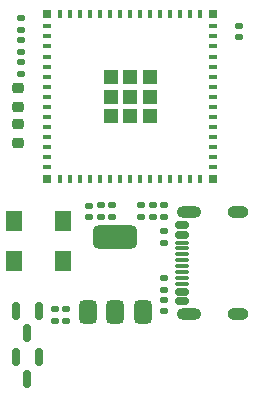
<source format=gbr>
%TF.GenerationSoftware,KiCad,Pcbnew,8.0.6*%
%TF.CreationDate,2024-12-05T18:18:12-05:00*%
%TF.ProjectId,wyt-dongle,7779742d-646f-46e6-976c-652e6b696361,rev?*%
%TF.SameCoordinates,Original*%
%TF.FileFunction,Paste,Top*%
%TF.FilePolarity,Positive*%
%FSLAX46Y46*%
G04 Gerber Fmt 4.6, Leading zero omitted, Abs format (unit mm)*
G04 Created by KiCad (PCBNEW 8.0.6) date 2024-12-05 18:18:12*
%MOMM*%
%LPD*%
G01*
G04 APERTURE LIST*
G04 Aperture macros list*
%AMRoundRect*
0 Rectangle with rounded corners*
0 $1 Rounding radius*
0 $2 $3 $4 $5 $6 $7 $8 $9 X,Y pos of 4 corners*
0 Add a 4 corners polygon primitive as box body*
4,1,4,$2,$3,$4,$5,$6,$7,$8,$9,$2,$3,0*
0 Add four circle primitives for the rounded corners*
1,1,$1+$1,$2,$3*
1,1,$1+$1,$4,$5*
1,1,$1+$1,$6,$7*
1,1,$1+$1,$8,$9*
0 Add four rect primitives between the rounded corners*
20,1,$1+$1,$2,$3,$4,$5,0*
20,1,$1+$1,$4,$5,$6,$7,0*
20,1,$1+$1,$6,$7,$8,$9,0*
20,1,$1+$1,$8,$9,$2,$3,0*%
G04 Aperture macros list end*
%ADD10R,1.350000X1.800000*%
%ADD11RoundRect,0.135000X-0.185000X0.135000X-0.185000X-0.135000X0.185000X-0.135000X0.185000X0.135000X0*%
%ADD12RoundRect,0.140000X-0.170000X0.140000X-0.170000X-0.140000X0.170000X-0.140000X0.170000X0.140000X0*%
%ADD13R,1.200000X1.200000*%
%ADD14R,0.800000X0.800000*%
%ADD15R,0.400000X0.800000*%
%ADD16R,0.800000X0.400000*%
%ADD17RoundRect,0.140000X0.170000X-0.140000X0.170000X0.140000X-0.170000X0.140000X-0.170000X-0.140000X0*%
%ADD18RoundRect,0.135000X0.185000X-0.135000X0.185000X0.135000X-0.185000X0.135000X-0.185000X-0.135000X0*%
%ADD19RoundRect,0.218750X0.256250X-0.218750X0.256250X0.218750X-0.256250X0.218750X-0.256250X-0.218750X0*%
%ADD20RoundRect,0.150000X-0.150000X0.587500X-0.150000X-0.587500X0.150000X-0.587500X0.150000X0.587500X0*%
%ADD21RoundRect,0.375000X0.375000X-0.625000X0.375000X0.625000X-0.375000X0.625000X-0.375000X-0.625000X0*%
%ADD22RoundRect,0.500000X1.400000X-0.500000X1.400000X0.500000X-1.400000X0.500000X-1.400000X-0.500000X0*%
%ADD23O,1.800000X1.000000*%
%ADD24O,2.100000X1.000000*%
%ADD25RoundRect,0.150000X0.425000X-0.150000X0.425000X0.150000X-0.425000X0.150000X-0.425000X-0.150000X0*%
%ADD26RoundRect,0.075000X0.500000X-0.075000X0.500000X0.075000X-0.500000X0.075000X-0.500000X-0.075000X0*%
G04 APERTURE END LIST*
D10*
%TO.C,SW2*%
X5525000Y-18500000D03*
X1375000Y-18500000D03*
%TD*%
D11*
%TO.C,R6*%
X14050000Y-20410000D03*
X14050000Y-19390000D03*
%TD*%
%TO.C,R4*%
X4850000Y-27010000D03*
X4850000Y-25990000D03*
%TD*%
%TO.C,R3*%
X5800000Y-27010000D03*
X5800000Y-25990000D03*
%TD*%
%TO.C,R10*%
X13100000Y-18185000D03*
X13100000Y-17165000D03*
%TD*%
D12*
%TO.C,C1*%
X14050000Y-26180000D03*
X14050000Y-25220000D03*
%TD*%
D11*
%TO.C,R11*%
X14050000Y-18185000D03*
X14050000Y-17165000D03*
%TD*%
D13*
%TO.C,U2*%
X11200000Y-6350000D03*
X12850000Y-6350000D03*
X12850000Y-8000000D03*
X12850000Y-9650000D03*
X11200000Y-9650000D03*
X9550000Y-9650000D03*
X9550000Y-8000000D03*
X9550000Y-6350000D03*
D14*
X18200000Y-1000000D03*
X18200000Y-15000000D03*
X4200000Y-15000000D03*
X4200000Y-1000000D03*
D13*
X11200000Y-8000000D03*
D15*
X5250000Y-1000000D03*
X6100000Y-1000000D03*
X6950000Y-1000000D03*
X7800000Y-1000000D03*
X8650000Y-1000000D03*
X9500000Y-1000000D03*
X10350000Y-1000000D03*
X11200000Y-1000000D03*
X12050000Y-1000000D03*
X12900000Y-1000000D03*
X13750000Y-1000000D03*
X14600000Y-1000000D03*
X15450000Y-1000000D03*
X16300000Y-1000000D03*
X17150000Y-1000000D03*
D16*
X18200000Y-2050000D03*
X18200000Y-2900000D03*
X18200000Y-3750000D03*
X18200000Y-4600000D03*
X18200000Y-5450000D03*
X18200000Y-6300000D03*
X18200000Y-7150000D03*
X18200000Y-8000000D03*
X18200000Y-8850000D03*
X18200000Y-9700000D03*
X18200000Y-10550000D03*
X18200000Y-11400000D03*
X18200000Y-12250000D03*
X18200000Y-13100000D03*
X18200000Y-13950000D03*
D15*
X17150000Y-15000000D03*
X16300000Y-15000000D03*
X15450000Y-15000000D03*
X14600000Y-15000000D03*
X13750000Y-15000000D03*
X12900000Y-15000000D03*
X12050000Y-15000000D03*
X11200000Y-15000000D03*
X10350000Y-15000000D03*
X9500000Y-15000000D03*
X8650000Y-15000000D03*
X7800000Y-15000000D03*
X6950000Y-15000000D03*
X6100000Y-15000000D03*
X5250000Y-15000000D03*
D16*
X4200000Y-13950000D03*
X4200000Y-13100000D03*
X4200000Y-12250000D03*
X4200000Y-11400000D03*
X4200000Y-10550000D03*
X4200000Y-9700000D03*
X4200000Y-8850000D03*
X4200000Y-8000000D03*
X4200000Y-7150000D03*
X4200000Y-6300000D03*
X4200000Y-5450000D03*
X4200000Y-4600000D03*
X4200000Y-3750000D03*
X4200000Y-2900000D03*
X4200000Y-2050000D03*
%TD*%
D17*
%TO.C,C2*%
X7750000Y-17220000D03*
X7750000Y-18180000D03*
%TD*%
D18*
%TO.C,R7*%
X2000000Y-3190000D03*
X2000000Y-4210000D03*
%TD*%
D17*
%TO.C,C3*%
X20400000Y-2020000D03*
X20400000Y-2980000D03*
%TD*%
D11*
%TO.C,R8*%
X2000000Y-6110000D03*
X2000000Y-5090000D03*
%TD*%
D18*
%TO.C,R1*%
X8700000Y-17190000D03*
X8700000Y-18210000D03*
%TD*%
D19*
%TO.C,D2*%
X1750000Y-7262500D03*
X1750000Y-8837500D03*
%TD*%
D20*
%TO.C,Q2*%
X2500000Y-28037500D03*
X1550000Y-26162500D03*
X3450000Y-26162500D03*
%TD*%
D18*
%TO.C,R2*%
X9650000Y-17190000D03*
X9650000Y-18210000D03*
%TD*%
D10*
%TO.C,SW1*%
X5525000Y-21900000D03*
X1375000Y-21900000D03*
%TD*%
D21*
%TO.C,U1*%
X12250000Y-26200000D03*
D22*
X9950000Y-19900000D03*
D21*
X9950000Y-26200000D03*
X7650000Y-26200000D03*
%TD*%
D23*
%TO.C,P1*%
X20375000Y-17780000D03*
D24*
X16195000Y-17780000D03*
D23*
X20375000Y-26420000D03*
D24*
X16195000Y-26420000D03*
D25*
X15620000Y-25300000D03*
X15620000Y-24500000D03*
D26*
X15620000Y-23850000D03*
X15620000Y-22850000D03*
X15620000Y-21350000D03*
X15620000Y-20350000D03*
D25*
X15620000Y-19700000D03*
X15620000Y-18900000D03*
X15620000Y-18900000D03*
X15620000Y-19700000D03*
D26*
X15620000Y-20850000D03*
X15620000Y-21850000D03*
X15620000Y-22350000D03*
X15620000Y-23350000D03*
D25*
X15620000Y-24500000D03*
X15620000Y-25300000D03*
%TD*%
D17*
%TO.C,C4*%
X2000000Y-1370000D03*
X2000000Y-2330000D03*
%TD*%
D19*
%TO.C,D1*%
X1750000Y-10312500D03*
X1750000Y-11887500D03*
%TD*%
D11*
%TO.C,R5*%
X14050000Y-24360000D03*
X14050000Y-23340000D03*
%TD*%
%TO.C,R9*%
X12150000Y-18195000D03*
X12150000Y-17175000D03*
%TD*%
D20*
%TO.C,Q1*%
X2500000Y-31887500D03*
X1550000Y-30012500D03*
X3450000Y-30012500D03*
%TD*%
M02*

</source>
